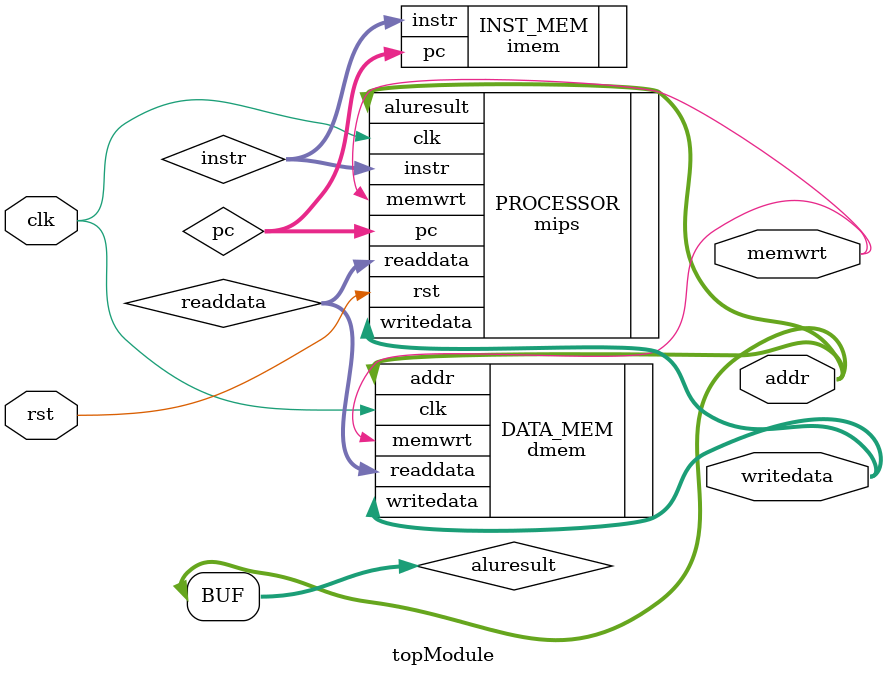
<source format=sv>
module topModule(/*AUTOARG*/
   // Outputs
   writedata, addr, memwrt,
   // Inputs
   clk, rst
   );
   // Outputs
   output [31:0] writedata;
   output [31:0] addr;
   output 	 memwrt;

   // Inputs
   input 	 clk;
   input 	 rst;
   
   
  


   /*AUTOREG*/
   
   /*AUTOWIRE*/  
   // Beginning of automatic wires (for undeclared instantiated-module outputs)
   wire [31:0]		aluresult;		// From PROCESSOR of mips.v
   wire [31:0]		instr;			// From INST_MEM of imem.v
   wire [31:0]		pc;			// From PROCESSOR of mips.v
   wire [31:0]		readdata;		// From DATA_MEM of dmem.v
   // End of automatics

 
   mips PROCESSOR (/*AUTOINST*/
		   // Outputs
		   .aluresult		(aluresult[31:0]),
		   .writedata		(writedata[31:0]),
		   .memwrt		(memwrt),
		   .pc			(pc[31:0]),
		   // Inputs
		   .instr		(instr[31:0]),
		   .readdata		(readdata[31:0]),
		   .clk			(clk),
		   .rst			(rst));

   imem INST_MEM (/*AUTOINST*/
		  // Outputs
		  .instr		(instr[31:0]),
		  // Inputs
		  .pc			(pc[31:0]));

   dmem DATA_MEM (/*AUTOINST*/
		  // Outputs
		  .readdata		(readdata[31:0]),
		  // Inputs
		  .clk			(clk),
		  .memwrt		(memwrt),
		  .addr			(addr[31:0]),
		  .writedata		(writedata[31:0]));

   assign addr = aluresult;
   
endmodule // topModule
// Local Variables:
// verilog-library-directories:(".") 
// End:

</source>
